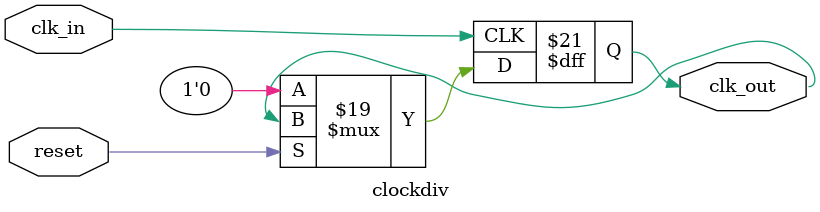
<source format=v>
module clockdiv(
	input wire reset,
	input wire clk_in,
	output reg clk_out
);

	parameter RATIO = 1000;
	reg count;

	always @(posedge clk_in)
	begin
		if(reset==0) begin
			clk_out <= 0;
			count <=0;
		end 
		else begin
			if(count==RATIO/2) begin
				clk_out <= - clk_out;
				count <= 0;
			end
			else begin
				count = count + 1;
			end
		end
	end
endmodule
</source>
